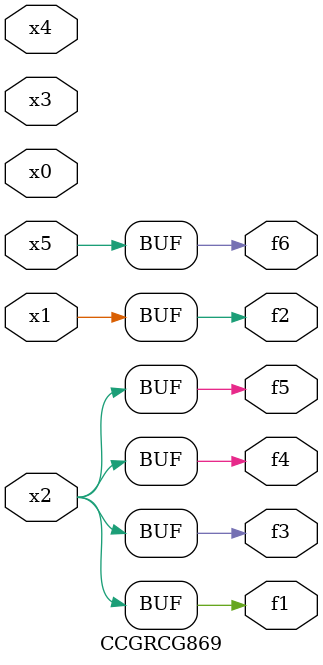
<source format=v>
module CCGRCG869(
	input x0, x1, x2, x3, x4, x5,
	output f1, f2, f3, f4, f5, f6
);
	assign f1 = x2;
	assign f2 = x1;
	assign f3 = x2;
	assign f4 = x2;
	assign f5 = x2;
	assign f6 = x5;
endmodule

</source>
